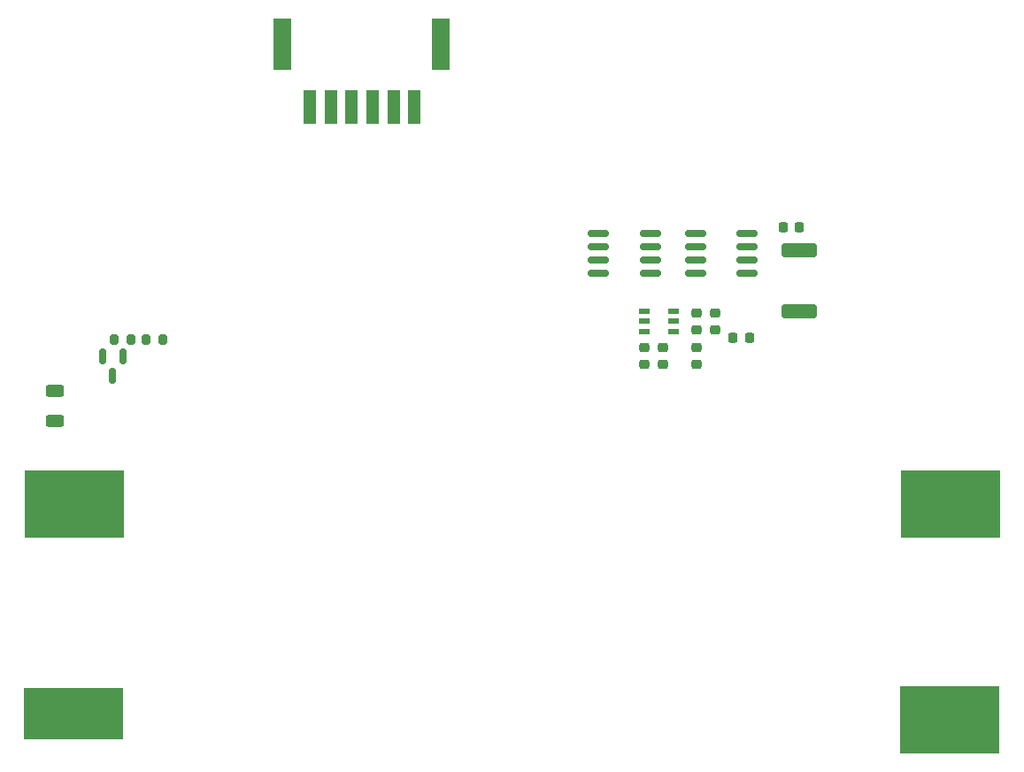
<source format=gtp>
%TF.GenerationSoftware,KiCad,Pcbnew,(6.0.5)*%
%TF.CreationDate,2022-07-09T20:35:50-07:00*%
%TF.ProjectId,batteryboard,62617474-6572-4796-926f-6172642e6b69,1.C*%
%TF.SameCoordinates,Original*%
%TF.FileFunction,Paste,Top*%
%TF.FilePolarity,Positive*%
%FSLAX46Y46*%
G04 Gerber Fmt 4.6, Leading zero omitted, Abs format (unit mm)*
G04 Created by KiCad (PCBNEW (6.0.5)) date 2022-07-09 20:35:50*
%MOMM*%
%LPD*%
G01*
G04 APERTURE LIST*
G04 Aperture macros list*
%AMRoundRect*
0 Rectangle with rounded corners*
0 $1 Rounding radius*
0 $2 $3 $4 $5 $6 $7 $8 $9 X,Y pos of 4 corners*
0 Add a 4 corners polygon primitive as box body*
4,1,4,$2,$3,$4,$5,$6,$7,$8,$9,$2,$3,0*
0 Add four circle primitives for the rounded corners*
1,1,$1+$1,$2,$3*
1,1,$1+$1,$4,$5*
1,1,$1+$1,$6,$7*
1,1,$1+$1,$8,$9*
0 Add four rect primitives between the rounded corners*
20,1,$1+$1,$2,$3,$4,$5,0*
20,1,$1+$1,$4,$5,$6,$7,0*
20,1,$1+$1,$6,$7,$8,$9,0*
20,1,$1+$1,$8,$9,$2,$3,0*%
G04 Aperture macros list end*
%ADD10R,9.467600X6.477000*%
%ADD11R,9.467600X5.000000*%
%ADD12R,1.000000X0.600000*%
%ADD13RoundRect,0.218750X-0.256250X0.218750X-0.256250X-0.218750X0.256250X-0.218750X0.256250X0.218750X0*%
%ADD14RoundRect,0.218750X0.218750X0.256250X-0.218750X0.256250X-0.218750X-0.256250X0.218750X-0.256250X0*%
%ADD15RoundRect,0.218750X0.256250X-0.218750X0.256250X0.218750X-0.256250X0.218750X-0.256250X-0.218750X0*%
%ADD16RoundRect,0.150000X-0.825000X-0.150000X0.825000X-0.150000X0.825000X0.150000X-0.825000X0.150000X0*%
%ADD17RoundRect,0.150000X0.825000X0.150000X-0.825000X0.150000X-0.825000X-0.150000X0.825000X-0.150000X0*%
%ADD18RoundRect,0.250000X1.425000X-0.425000X1.425000X0.425000X-1.425000X0.425000X-1.425000X-0.425000X0*%
%ADD19R,1.244600X3.251200*%
%ADD20R,1.752600X5.000000*%
%ADD21RoundRect,0.200000X0.200000X0.275000X-0.200000X0.275000X-0.200000X-0.275000X0.200000X-0.275000X0*%
%ADD22RoundRect,0.250000X-0.625000X0.312500X-0.625000X-0.312500X0.625000X-0.312500X0.625000X0.312500X0*%
%ADD23RoundRect,0.150000X-0.150000X0.587500X-0.150000X-0.587500X0.150000X-0.587500X0.150000X0.587500X0*%
G04 APERTURE END LIST*
D10*
X143027400Y-129844800D03*
D11*
X59207400Y-129244800D03*
D12*
X113789000Y-90744000D03*
X113789000Y-91694000D03*
X113789000Y-92644000D03*
X116589000Y-92644000D03*
X116589000Y-91694000D03*
X116589000Y-90744000D03*
D10*
X59232800Y-109194600D03*
X143052800Y-109194600D03*
D13*
X120523000Y-90906500D03*
X120523000Y-92481500D03*
X118745000Y-90906500D03*
X118745000Y-92481500D03*
X115570000Y-94208500D03*
X115570000Y-95783500D03*
D14*
X128613000Y-82677000D03*
X127038000Y-82677000D03*
X123850500Y-93281500D03*
X122275500Y-93281500D03*
D15*
X118745000Y-95783500D03*
X118745000Y-94208500D03*
D16*
X109412000Y-83312000D03*
X109412000Y-84582000D03*
X109412000Y-85852000D03*
X109412000Y-87122000D03*
X114362000Y-87122000D03*
X114362000Y-85852000D03*
X114362000Y-84582000D03*
X114362000Y-83312000D03*
D17*
X123633000Y-87122000D03*
X123633000Y-85852000D03*
X123633000Y-84582000D03*
X123633000Y-83312000D03*
X118683000Y-83312000D03*
X118683000Y-84582000D03*
X118683000Y-85852000D03*
X118683000Y-87122000D03*
D13*
X113792000Y-94208500D03*
X113792000Y-95783500D03*
D18*
X128587500Y-90720500D03*
X128587500Y-84920500D03*
D19*
X81776301Y-71208900D03*
X83776302Y-71208900D03*
X85776300Y-71208900D03*
X87776302Y-71208900D03*
X89776300Y-71208900D03*
X91776301Y-71208900D03*
D20*
X94326301Y-65139900D03*
X79156301Y-65139900D03*
D21*
X64705300Y-93429900D03*
X63055300Y-93429900D03*
D22*
X57391300Y-98321400D03*
X57391300Y-101246400D03*
D21*
X67741300Y-93433900D03*
X66091300Y-93433900D03*
D23*
X63880300Y-95012400D03*
X61980300Y-95012400D03*
X62930300Y-96887400D03*
M02*

</source>
